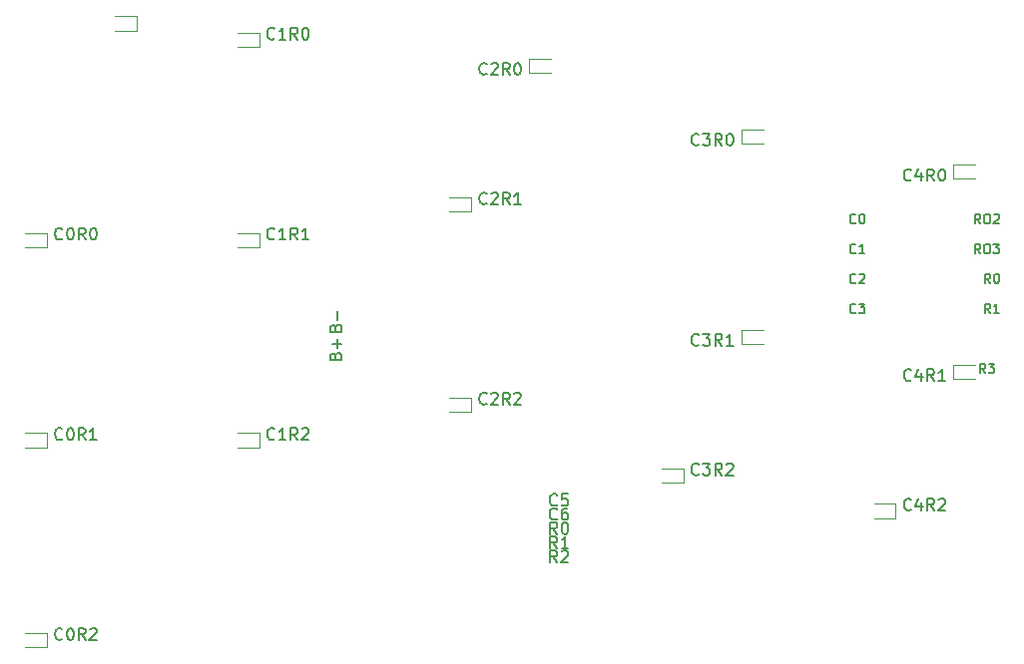
<source format=gbr>
%TF.GenerationSoftware,KiCad,Pcbnew,(7.0.0-0)*%
%TF.CreationDate,2023-02-22T17:50:19+08:00*%
%TF.ProjectId,left,6c656674-2e6b-4696-9361-645f70636258,v1.0.0*%
%TF.SameCoordinates,Original*%
%TF.FileFunction,Legend,Bot*%
%TF.FilePolarity,Positive*%
%FSLAX46Y46*%
G04 Gerber Fmt 4.6, Leading zero omitted, Abs format (unit mm)*
G04 Created by KiCad (PCBNEW (7.0.0-0)) date 2023-02-22 17:50:19*
%MOMM*%
%LPD*%
G01*
G04 APERTURE LIST*
%ADD10C,0.150000*%
%ADD11C,0.120000*%
G04 APERTURE END LIST*
D10*
%TO.C,S1*%
X-1142857Y36727857D02*
X-1190476Y36680238D01*
X-1190476Y36680238D02*
X-1333333Y36632619D01*
X-1333333Y36632619D02*
X-1428571Y36632619D01*
X-1428571Y36632619D02*
X-1571428Y36680238D01*
X-1571428Y36680238D02*
X-1666666Y36775476D01*
X-1666666Y36775476D02*
X-1714285Y36870714D01*
X-1714285Y36870714D02*
X-1761904Y37061190D01*
X-1761904Y37061190D02*
X-1761904Y37204047D01*
X-1761904Y37204047D02*
X-1714285Y37394523D01*
X-1714285Y37394523D02*
X-1666666Y37489761D01*
X-1666666Y37489761D02*
X-1571428Y37585000D01*
X-1571428Y37585000D02*
X-1428571Y37632619D01*
X-1428571Y37632619D02*
X-1333333Y37632619D01*
X-1333333Y37632619D02*
X-1190476Y37585000D01*
X-1190476Y37585000D02*
X-1142857Y37537380D01*
X-523809Y37632619D02*
X-428571Y37632619D01*
X-428571Y37632619D02*
X-333333Y37585000D01*
X-333333Y37585000D02*
X-285714Y37537380D01*
X-285714Y37537380D02*
X-238095Y37442142D01*
X-238095Y37442142D02*
X-190476Y37251666D01*
X-190476Y37251666D02*
X-190476Y37013571D01*
X-190476Y37013571D02*
X-238095Y36823095D01*
X-238095Y36823095D02*
X-285714Y36727857D01*
X-285714Y36727857D02*
X-333333Y36680238D01*
X-333333Y36680238D02*
X-428571Y36632619D01*
X-428571Y36632619D02*
X-523809Y36632619D01*
X-523809Y36632619D02*
X-619047Y36680238D01*
X-619047Y36680238D02*
X-666666Y36727857D01*
X-666666Y36727857D02*
X-714285Y36823095D01*
X-714285Y36823095D02*
X-761904Y37013571D01*
X-761904Y37013571D02*
X-761904Y37251666D01*
X-761904Y37251666D02*
X-714285Y37442142D01*
X-714285Y37442142D02*
X-666666Y37537380D01*
X-666666Y37537380D02*
X-619047Y37585000D01*
X-619047Y37585000D02*
X-523809Y37632619D01*
X809523Y36632619D02*
X476190Y37108809D01*
X238095Y36632619D02*
X238095Y37632619D01*
X238095Y37632619D02*
X619047Y37632619D01*
X619047Y37632619D02*
X714285Y37585000D01*
X714285Y37585000D02*
X761904Y37537380D01*
X761904Y37537380D02*
X809523Y37442142D01*
X809523Y37442142D02*
X809523Y37299285D01*
X809523Y37299285D02*
X761904Y37204047D01*
X761904Y37204047D02*
X714285Y37156428D01*
X714285Y37156428D02*
X619047Y37108809D01*
X619047Y37108809D02*
X238095Y37108809D01*
X1428571Y37632619D02*
X1523809Y37632619D01*
X1523809Y37632619D02*
X1619047Y37585000D01*
X1619047Y37585000D02*
X1666666Y37537380D01*
X1666666Y37537380D02*
X1714285Y37442142D01*
X1714285Y37442142D02*
X1761904Y37251666D01*
X1761904Y37251666D02*
X1761904Y37013571D01*
X1761904Y37013571D02*
X1714285Y36823095D01*
X1714285Y36823095D02*
X1666666Y36727857D01*
X1666666Y36727857D02*
X1619047Y36680238D01*
X1619047Y36680238D02*
X1523809Y36632619D01*
X1523809Y36632619D02*
X1428571Y36632619D01*
X1428571Y36632619D02*
X1333333Y36680238D01*
X1333333Y36680238D02*
X1285714Y36727857D01*
X1285714Y36727857D02*
X1238095Y36823095D01*
X1238095Y36823095D02*
X1190476Y37013571D01*
X1190476Y37013571D02*
X1190476Y37251666D01*
X1190476Y37251666D02*
X1238095Y37442142D01*
X1238095Y37442142D02*
X1285714Y37537380D01*
X1285714Y37537380D02*
X1333333Y37585000D01*
X1333333Y37585000D02*
X1428571Y37632619D01*
%TO.C,S2*%
X-1142857Y19727857D02*
X-1190476Y19680238D01*
X-1190476Y19680238D02*
X-1333333Y19632619D01*
X-1333333Y19632619D02*
X-1428571Y19632619D01*
X-1428571Y19632619D02*
X-1571428Y19680238D01*
X-1571428Y19680238D02*
X-1666666Y19775476D01*
X-1666666Y19775476D02*
X-1714285Y19870714D01*
X-1714285Y19870714D02*
X-1761904Y20061190D01*
X-1761904Y20061190D02*
X-1761904Y20204047D01*
X-1761904Y20204047D02*
X-1714285Y20394523D01*
X-1714285Y20394523D02*
X-1666666Y20489761D01*
X-1666666Y20489761D02*
X-1571428Y20585000D01*
X-1571428Y20585000D02*
X-1428571Y20632619D01*
X-1428571Y20632619D02*
X-1333333Y20632619D01*
X-1333333Y20632619D02*
X-1190476Y20585000D01*
X-1190476Y20585000D02*
X-1142857Y20537380D01*
X-523809Y20632619D02*
X-428571Y20632619D01*
X-428571Y20632619D02*
X-333333Y20585000D01*
X-333333Y20585000D02*
X-285714Y20537380D01*
X-285714Y20537380D02*
X-238095Y20442142D01*
X-238095Y20442142D02*
X-190476Y20251666D01*
X-190476Y20251666D02*
X-190476Y20013571D01*
X-190476Y20013571D02*
X-238095Y19823095D01*
X-238095Y19823095D02*
X-285714Y19727857D01*
X-285714Y19727857D02*
X-333333Y19680238D01*
X-333333Y19680238D02*
X-428571Y19632619D01*
X-428571Y19632619D02*
X-523809Y19632619D01*
X-523809Y19632619D02*
X-619047Y19680238D01*
X-619047Y19680238D02*
X-666666Y19727857D01*
X-666666Y19727857D02*
X-714285Y19823095D01*
X-714285Y19823095D02*
X-761904Y20013571D01*
X-761904Y20013571D02*
X-761904Y20251666D01*
X-761904Y20251666D02*
X-714285Y20442142D01*
X-714285Y20442142D02*
X-666666Y20537380D01*
X-666666Y20537380D02*
X-619047Y20585000D01*
X-619047Y20585000D02*
X-523809Y20632619D01*
X809523Y19632619D02*
X476190Y20108809D01*
X238095Y19632619D02*
X238095Y20632619D01*
X238095Y20632619D02*
X619047Y20632619D01*
X619047Y20632619D02*
X714285Y20585000D01*
X714285Y20585000D02*
X761904Y20537380D01*
X761904Y20537380D02*
X809523Y20442142D01*
X809523Y20442142D02*
X809523Y20299285D01*
X809523Y20299285D02*
X761904Y20204047D01*
X761904Y20204047D02*
X714285Y20156428D01*
X714285Y20156428D02*
X619047Y20108809D01*
X619047Y20108809D02*
X238095Y20108809D01*
X1761904Y19632619D02*
X1190476Y19632619D01*
X1476190Y19632619D02*
X1476190Y20632619D01*
X1476190Y20632619D02*
X1380952Y20489761D01*
X1380952Y20489761D02*
X1285714Y20394523D01*
X1285714Y20394523D02*
X1190476Y20346904D01*
%TO.C,S3*%
X-1142857Y2727857D02*
X-1190476Y2680238D01*
X-1190476Y2680238D02*
X-1333333Y2632619D01*
X-1333333Y2632619D02*
X-1428571Y2632619D01*
X-1428571Y2632619D02*
X-1571428Y2680238D01*
X-1571428Y2680238D02*
X-1666666Y2775476D01*
X-1666666Y2775476D02*
X-1714285Y2870714D01*
X-1714285Y2870714D02*
X-1761904Y3061190D01*
X-1761904Y3061190D02*
X-1761904Y3204047D01*
X-1761904Y3204047D02*
X-1714285Y3394523D01*
X-1714285Y3394523D02*
X-1666666Y3489761D01*
X-1666666Y3489761D02*
X-1571428Y3585000D01*
X-1571428Y3585000D02*
X-1428571Y3632619D01*
X-1428571Y3632619D02*
X-1333333Y3632619D01*
X-1333333Y3632619D02*
X-1190476Y3585000D01*
X-1190476Y3585000D02*
X-1142857Y3537380D01*
X-523809Y3632619D02*
X-428571Y3632619D01*
X-428571Y3632619D02*
X-333333Y3585000D01*
X-333333Y3585000D02*
X-285714Y3537380D01*
X-285714Y3537380D02*
X-238095Y3442142D01*
X-238095Y3442142D02*
X-190476Y3251666D01*
X-190476Y3251666D02*
X-190476Y3013571D01*
X-190476Y3013571D02*
X-238095Y2823095D01*
X-238095Y2823095D02*
X-285714Y2727857D01*
X-285714Y2727857D02*
X-333333Y2680238D01*
X-333333Y2680238D02*
X-428571Y2632619D01*
X-428571Y2632619D02*
X-523809Y2632619D01*
X-523809Y2632619D02*
X-619047Y2680238D01*
X-619047Y2680238D02*
X-666666Y2727857D01*
X-666666Y2727857D02*
X-714285Y2823095D01*
X-714285Y2823095D02*
X-761904Y3013571D01*
X-761904Y3013571D02*
X-761904Y3251666D01*
X-761904Y3251666D02*
X-714285Y3442142D01*
X-714285Y3442142D02*
X-666666Y3537380D01*
X-666666Y3537380D02*
X-619047Y3585000D01*
X-619047Y3585000D02*
X-523809Y3632619D01*
X809523Y2632619D02*
X476190Y3108809D01*
X238095Y2632619D02*
X238095Y3632619D01*
X238095Y3632619D02*
X619047Y3632619D01*
X619047Y3632619D02*
X714285Y3585000D01*
X714285Y3585000D02*
X761904Y3537380D01*
X761904Y3537380D02*
X809523Y3442142D01*
X809523Y3442142D02*
X809523Y3299285D01*
X809523Y3299285D02*
X761904Y3204047D01*
X761904Y3204047D02*
X714285Y3156428D01*
X714285Y3156428D02*
X619047Y3108809D01*
X619047Y3108809D02*
X238095Y3108809D01*
X1190476Y3537380D02*
X1238095Y3585000D01*
X1238095Y3585000D02*
X1333333Y3632619D01*
X1333333Y3632619D02*
X1571428Y3632619D01*
X1571428Y3632619D02*
X1666666Y3585000D01*
X1666666Y3585000D02*
X1714285Y3537380D01*
X1714285Y3537380D02*
X1761904Y3442142D01*
X1761904Y3442142D02*
X1761904Y3346904D01*
X1761904Y3346904D02*
X1714285Y3204047D01*
X1714285Y3204047D02*
X1142857Y2632619D01*
X1142857Y2632619D02*
X1761904Y2632619D01*
%TO.C,S4*%
X16857142Y53727857D02*
X16809523Y53680238D01*
X16809523Y53680238D02*
X16666666Y53632619D01*
X16666666Y53632619D02*
X16571428Y53632619D01*
X16571428Y53632619D02*
X16428571Y53680238D01*
X16428571Y53680238D02*
X16333333Y53775476D01*
X16333333Y53775476D02*
X16285714Y53870714D01*
X16285714Y53870714D02*
X16238095Y54061190D01*
X16238095Y54061190D02*
X16238095Y54204047D01*
X16238095Y54204047D02*
X16285714Y54394523D01*
X16285714Y54394523D02*
X16333333Y54489761D01*
X16333333Y54489761D02*
X16428571Y54585000D01*
X16428571Y54585000D02*
X16571428Y54632619D01*
X16571428Y54632619D02*
X16666666Y54632619D01*
X16666666Y54632619D02*
X16809523Y54585000D01*
X16809523Y54585000D02*
X16857142Y54537380D01*
X17809523Y53632619D02*
X17238095Y53632619D01*
X17523809Y53632619D02*
X17523809Y54632619D01*
X17523809Y54632619D02*
X17428571Y54489761D01*
X17428571Y54489761D02*
X17333333Y54394523D01*
X17333333Y54394523D02*
X17238095Y54346904D01*
X18809523Y53632619D02*
X18476190Y54108809D01*
X18238095Y53632619D02*
X18238095Y54632619D01*
X18238095Y54632619D02*
X18619047Y54632619D01*
X18619047Y54632619D02*
X18714285Y54585000D01*
X18714285Y54585000D02*
X18761904Y54537380D01*
X18761904Y54537380D02*
X18809523Y54442142D01*
X18809523Y54442142D02*
X18809523Y54299285D01*
X18809523Y54299285D02*
X18761904Y54204047D01*
X18761904Y54204047D02*
X18714285Y54156428D01*
X18714285Y54156428D02*
X18619047Y54108809D01*
X18619047Y54108809D02*
X18238095Y54108809D01*
X19428571Y54632619D02*
X19523809Y54632619D01*
X19523809Y54632619D02*
X19619047Y54585000D01*
X19619047Y54585000D02*
X19666666Y54537380D01*
X19666666Y54537380D02*
X19714285Y54442142D01*
X19714285Y54442142D02*
X19761904Y54251666D01*
X19761904Y54251666D02*
X19761904Y54013571D01*
X19761904Y54013571D02*
X19714285Y53823095D01*
X19714285Y53823095D02*
X19666666Y53727857D01*
X19666666Y53727857D02*
X19619047Y53680238D01*
X19619047Y53680238D02*
X19523809Y53632619D01*
X19523809Y53632619D02*
X19428571Y53632619D01*
X19428571Y53632619D02*
X19333333Y53680238D01*
X19333333Y53680238D02*
X19285714Y53727857D01*
X19285714Y53727857D02*
X19238095Y53823095D01*
X19238095Y53823095D02*
X19190476Y54013571D01*
X19190476Y54013571D02*
X19190476Y54251666D01*
X19190476Y54251666D02*
X19238095Y54442142D01*
X19238095Y54442142D02*
X19285714Y54537380D01*
X19285714Y54537380D02*
X19333333Y54585000D01*
X19333333Y54585000D02*
X19428571Y54632619D01*
%TO.C,S5*%
X16857142Y36727857D02*
X16809523Y36680238D01*
X16809523Y36680238D02*
X16666666Y36632619D01*
X16666666Y36632619D02*
X16571428Y36632619D01*
X16571428Y36632619D02*
X16428571Y36680238D01*
X16428571Y36680238D02*
X16333333Y36775476D01*
X16333333Y36775476D02*
X16285714Y36870714D01*
X16285714Y36870714D02*
X16238095Y37061190D01*
X16238095Y37061190D02*
X16238095Y37204047D01*
X16238095Y37204047D02*
X16285714Y37394523D01*
X16285714Y37394523D02*
X16333333Y37489761D01*
X16333333Y37489761D02*
X16428571Y37585000D01*
X16428571Y37585000D02*
X16571428Y37632619D01*
X16571428Y37632619D02*
X16666666Y37632619D01*
X16666666Y37632619D02*
X16809523Y37585000D01*
X16809523Y37585000D02*
X16857142Y37537380D01*
X17809523Y36632619D02*
X17238095Y36632619D01*
X17523809Y36632619D02*
X17523809Y37632619D01*
X17523809Y37632619D02*
X17428571Y37489761D01*
X17428571Y37489761D02*
X17333333Y37394523D01*
X17333333Y37394523D02*
X17238095Y37346904D01*
X18809523Y36632619D02*
X18476190Y37108809D01*
X18238095Y36632619D02*
X18238095Y37632619D01*
X18238095Y37632619D02*
X18619047Y37632619D01*
X18619047Y37632619D02*
X18714285Y37585000D01*
X18714285Y37585000D02*
X18761904Y37537380D01*
X18761904Y37537380D02*
X18809523Y37442142D01*
X18809523Y37442142D02*
X18809523Y37299285D01*
X18809523Y37299285D02*
X18761904Y37204047D01*
X18761904Y37204047D02*
X18714285Y37156428D01*
X18714285Y37156428D02*
X18619047Y37108809D01*
X18619047Y37108809D02*
X18238095Y37108809D01*
X19761904Y36632619D02*
X19190476Y36632619D01*
X19476190Y36632619D02*
X19476190Y37632619D01*
X19476190Y37632619D02*
X19380952Y37489761D01*
X19380952Y37489761D02*
X19285714Y37394523D01*
X19285714Y37394523D02*
X19190476Y37346904D01*
%TO.C,S6*%
X16857142Y19727857D02*
X16809523Y19680238D01*
X16809523Y19680238D02*
X16666666Y19632619D01*
X16666666Y19632619D02*
X16571428Y19632619D01*
X16571428Y19632619D02*
X16428571Y19680238D01*
X16428571Y19680238D02*
X16333333Y19775476D01*
X16333333Y19775476D02*
X16285714Y19870714D01*
X16285714Y19870714D02*
X16238095Y20061190D01*
X16238095Y20061190D02*
X16238095Y20204047D01*
X16238095Y20204047D02*
X16285714Y20394523D01*
X16285714Y20394523D02*
X16333333Y20489761D01*
X16333333Y20489761D02*
X16428571Y20585000D01*
X16428571Y20585000D02*
X16571428Y20632619D01*
X16571428Y20632619D02*
X16666666Y20632619D01*
X16666666Y20632619D02*
X16809523Y20585000D01*
X16809523Y20585000D02*
X16857142Y20537380D01*
X17809523Y19632619D02*
X17238095Y19632619D01*
X17523809Y19632619D02*
X17523809Y20632619D01*
X17523809Y20632619D02*
X17428571Y20489761D01*
X17428571Y20489761D02*
X17333333Y20394523D01*
X17333333Y20394523D02*
X17238095Y20346904D01*
X18809523Y19632619D02*
X18476190Y20108809D01*
X18238095Y19632619D02*
X18238095Y20632619D01*
X18238095Y20632619D02*
X18619047Y20632619D01*
X18619047Y20632619D02*
X18714285Y20585000D01*
X18714285Y20585000D02*
X18761904Y20537380D01*
X18761904Y20537380D02*
X18809523Y20442142D01*
X18809523Y20442142D02*
X18809523Y20299285D01*
X18809523Y20299285D02*
X18761904Y20204047D01*
X18761904Y20204047D02*
X18714285Y20156428D01*
X18714285Y20156428D02*
X18619047Y20108809D01*
X18619047Y20108809D02*
X18238095Y20108809D01*
X19190476Y20537380D02*
X19238095Y20585000D01*
X19238095Y20585000D02*
X19333333Y20632619D01*
X19333333Y20632619D02*
X19571428Y20632619D01*
X19571428Y20632619D02*
X19666666Y20585000D01*
X19666666Y20585000D02*
X19714285Y20537380D01*
X19714285Y20537380D02*
X19761904Y20442142D01*
X19761904Y20442142D02*
X19761904Y20346904D01*
X19761904Y20346904D02*
X19714285Y20204047D01*
X19714285Y20204047D02*
X19142857Y19632619D01*
X19142857Y19632619D02*
X19761904Y19632619D01*
%TO.C,S7*%
X34857142Y50727857D02*
X34809523Y50680238D01*
X34809523Y50680238D02*
X34666666Y50632619D01*
X34666666Y50632619D02*
X34571428Y50632619D01*
X34571428Y50632619D02*
X34428571Y50680238D01*
X34428571Y50680238D02*
X34333333Y50775476D01*
X34333333Y50775476D02*
X34285714Y50870714D01*
X34285714Y50870714D02*
X34238095Y51061190D01*
X34238095Y51061190D02*
X34238095Y51204047D01*
X34238095Y51204047D02*
X34285714Y51394523D01*
X34285714Y51394523D02*
X34333333Y51489761D01*
X34333333Y51489761D02*
X34428571Y51585000D01*
X34428571Y51585000D02*
X34571428Y51632619D01*
X34571428Y51632619D02*
X34666666Y51632619D01*
X34666666Y51632619D02*
X34809523Y51585000D01*
X34809523Y51585000D02*
X34857142Y51537380D01*
X35238095Y51537380D02*
X35285714Y51585000D01*
X35285714Y51585000D02*
X35380952Y51632619D01*
X35380952Y51632619D02*
X35619047Y51632619D01*
X35619047Y51632619D02*
X35714285Y51585000D01*
X35714285Y51585000D02*
X35761904Y51537380D01*
X35761904Y51537380D02*
X35809523Y51442142D01*
X35809523Y51442142D02*
X35809523Y51346904D01*
X35809523Y51346904D02*
X35761904Y51204047D01*
X35761904Y51204047D02*
X35190476Y50632619D01*
X35190476Y50632619D02*
X35809523Y50632619D01*
X36809523Y50632619D02*
X36476190Y51108809D01*
X36238095Y50632619D02*
X36238095Y51632619D01*
X36238095Y51632619D02*
X36619047Y51632619D01*
X36619047Y51632619D02*
X36714285Y51585000D01*
X36714285Y51585000D02*
X36761904Y51537380D01*
X36761904Y51537380D02*
X36809523Y51442142D01*
X36809523Y51442142D02*
X36809523Y51299285D01*
X36809523Y51299285D02*
X36761904Y51204047D01*
X36761904Y51204047D02*
X36714285Y51156428D01*
X36714285Y51156428D02*
X36619047Y51108809D01*
X36619047Y51108809D02*
X36238095Y51108809D01*
X37428571Y51632619D02*
X37523809Y51632619D01*
X37523809Y51632619D02*
X37619047Y51585000D01*
X37619047Y51585000D02*
X37666666Y51537380D01*
X37666666Y51537380D02*
X37714285Y51442142D01*
X37714285Y51442142D02*
X37761904Y51251666D01*
X37761904Y51251666D02*
X37761904Y51013571D01*
X37761904Y51013571D02*
X37714285Y50823095D01*
X37714285Y50823095D02*
X37666666Y50727857D01*
X37666666Y50727857D02*
X37619047Y50680238D01*
X37619047Y50680238D02*
X37523809Y50632619D01*
X37523809Y50632619D02*
X37428571Y50632619D01*
X37428571Y50632619D02*
X37333333Y50680238D01*
X37333333Y50680238D02*
X37285714Y50727857D01*
X37285714Y50727857D02*
X37238095Y50823095D01*
X37238095Y50823095D02*
X37190476Y51013571D01*
X37190476Y51013571D02*
X37190476Y51251666D01*
X37190476Y51251666D02*
X37238095Y51442142D01*
X37238095Y51442142D02*
X37285714Y51537380D01*
X37285714Y51537380D02*
X37333333Y51585000D01*
X37333333Y51585000D02*
X37428571Y51632619D01*
%TO.C,S8*%
X34857142Y39727857D02*
X34809523Y39680238D01*
X34809523Y39680238D02*
X34666666Y39632619D01*
X34666666Y39632619D02*
X34571428Y39632619D01*
X34571428Y39632619D02*
X34428571Y39680238D01*
X34428571Y39680238D02*
X34333333Y39775476D01*
X34333333Y39775476D02*
X34285714Y39870714D01*
X34285714Y39870714D02*
X34238095Y40061190D01*
X34238095Y40061190D02*
X34238095Y40204047D01*
X34238095Y40204047D02*
X34285714Y40394523D01*
X34285714Y40394523D02*
X34333333Y40489761D01*
X34333333Y40489761D02*
X34428571Y40585000D01*
X34428571Y40585000D02*
X34571428Y40632619D01*
X34571428Y40632619D02*
X34666666Y40632619D01*
X34666666Y40632619D02*
X34809523Y40585000D01*
X34809523Y40585000D02*
X34857142Y40537380D01*
X35238095Y40537380D02*
X35285714Y40585000D01*
X35285714Y40585000D02*
X35380952Y40632619D01*
X35380952Y40632619D02*
X35619047Y40632619D01*
X35619047Y40632619D02*
X35714285Y40585000D01*
X35714285Y40585000D02*
X35761904Y40537380D01*
X35761904Y40537380D02*
X35809523Y40442142D01*
X35809523Y40442142D02*
X35809523Y40346904D01*
X35809523Y40346904D02*
X35761904Y40204047D01*
X35761904Y40204047D02*
X35190476Y39632619D01*
X35190476Y39632619D02*
X35809523Y39632619D01*
X36809523Y39632619D02*
X36476190Y40108809D01*
X36238095Y39632619D02*
X36238095Y40632619D01*
X36238095Y40632619D02*
X36619047Y40632619D01*
X36619047Y40632619D02*
X36714285Y40585000D01*
X36714285Y40585000D02*
X36761904Y40537380D01*
X36761904Y40537380D02*
X36809523Y40442142D01*
X36809523Y40442142D02*
X36809523Y40299285D01*
X36809523Y40299285D02*
X36761904Y40204047D01*
X36761904Y40204047D02*
X36714285Y40156428D01*
X36714285Y40156428D02*
X36619047Y40108809D01*
X36619047Y40108809D02*
X36238095Y40108809D01*
X37761904Y39632619D02*
X37190476Y39632619D01*
X37476190Y39632619D02*
X37476190Y40632619D01*
X37476190Y40632619D02*
X37380952Y40489761D01*
X37380952Y40489761D02*
X37285714Y40394523D01*
X37285714Y40394523D02*
X37190476Y40346904D01*
%TO.C,S9*%
X34857142Y22727857D02*
X34809523Y22680238D01*
X34809523Y22680238D02*
X34666666Y22632619D01*
X34666666Y22632619D02*
X34571428Y22632619D01*
X34571428Y22632619D02*
X34428571Y22680238D01*
X34428571Y22680238D02*
X34333333Y22775476D01*
X34333333Y22775476D02*
X34285714Y22870714D01*
X34285714Y22870714D02*
X34238095Y23061190D01*
X34238095Y23061190D02*
X34238095Y23204047D01*
X34238095Y23204047D02*
X34285714Y23394523D01*
X34285714Y23394523D02*
X34333333Y23489761D01*
X34333333Y23489761D02*
X34428571Y23585000D01*
X34428571Y23585000D02*
X34571428Y23632619D01*
X34571428Y23632619D02*
X34666666Y23632619D01*
X34666666Y23632619D02*
X34809523Y23585000D01*
X34809523Y23585000D02*
X34857142Y23537380D01*
X35238095Y23537380D02*
X35285714Y23585000D01*
X35285714Y23585000D02*
X35380952Y23632619D01*
X35380952Y23632619D02*
X35619047Y23632619D01*
X35619047Y23632619D02*
X35714285Y23585000D01*
X35714285Y23585000D02*
X35761904Y23537380D01*
X35761904Y23537380D02*
X35809523Y23442142D01*
X35809523Y23442142D02*
X35809523Y23346904D01*
X35809523Y23346904D02*
X35761904Y23204047D01*
X35761904Y23204047D02*
X35190476Y22632619D01*
X35190476Y22632619D02*
X35809523Y22632619D01*
X36809523Y22632619D02*
X36476190Y23108809D01*
X36238095Y22632619D02*
X36238095Y23632619D01*
X36238095Y23632619D02*
X36619047Y23632619D01*
X36619047Y23632619D02*
X36714285Y23585000D01*
X36714285Y23585000D02*
X36761904Y23537380D01*
X36761904Y23537380D02*
X36809523Y23442142D01*
X36809523Y23442142D02*
X36809523Y23299285D01*
X36809523Y23299285D02*
X36761904Y23204047D01*
X36761904Y23204047D02*
X36714285Y23156428D01*
X36714285Y23156428D02*
X36619047Y23108809D01*
X36619047Y23108809D02*
X36238095Y23108809D01*
X37190476Y23537380D02*
X37238095Y23585000D01*
X37238095Y23585000D02*
X37333333Y23632619D01*
X37333333Y23632619D02*
X37571428Y23632619D01*
X37571428Y23632619D02*
X37666666Y23585000D01*
X37666666Y23585000D02*
X37714285Y23537380D01*
X37714285Y23537380D02*
X37761904Y23442142D01*
X37761904Y23442142D02*
X37761904Y23346904D01*
X37761904Y23346904D02*
X37714285Y23204047D01*
X37714285Y23204047D02*
X37142857Y22632619D01*
X37142857Y22632619D02*
X37761904Y22632619D01*
%TO.C,S10*%
X52857142Y44727857D02*
X52809523Y44680238D01*
X52809523Y44680238D02*
X52666666Y44632619D01*
X52666666Y44632619D02*
X52571428Y44632619D01*
X52571428Y44632619D02*
X52428571Y44680238D01*
X52428571Y44680238D02*
X52333333Y44775476D01*
X52333333Y44775476D02*
X52285714Y44870714D01*
X52285714Y44870714D02*
X52238095Y45061190D01*
X52238095Y45061190D02*
X52238095Y45204047D01*
X52238095Y45204047D02*
X52285714Y45394523D01*
X52285714Y45394523D02*
X52333333Y45489761D01*
X52333333Y45489761D02*
X52428571Y45585000D01*
X52428571Y45585000D02*
X52571428Y45632619D01*
X52571428Y45632619D02*
X52666666Y45632619D01*
X52666666Y45632619D02*
X52809523Y45585000D01*
X52809523Y45585000D02*
X52857142Y45537380D01*
X53190476Y45632619D02*
X53809523Y45632619D01*
X53809523Y45632619D02*
X53476190Y45251666D01*
X53476190Y45251666D02*
X53619047Y45251666D01*
X53619047Y45251666D02*
X53714285Y45204047D01*
X53714285Y45204047D02*
X53761904Y45156428D01*
X53761904Y45156428D02*
X53809523Y45061190D01*
X53809523Y45061190D02*
X53809523Y44823095D01*
X53809523Y44823095D02*
X53761904Y44727857D01*
X53761904Y44727857D02*
X53714285Y44680238D01*
X53714285Y44680238D02*
X53619047Y44632619D01*
X53619047Y44632619D02*
X53333333Y44632619D01*
X53333333Y44632619D02*
X53238095Y44680238D01*
X53238095Y44680238D02*
X53190476Y44727857D01*
X54809523Y44632619D02*
X54476190Y45108809D01*
X54238095Y44632619D02*
X54238095Y45632619D01*
X54238095Y45632619D02*
X54619047Y45632619D01*
X54619047Y45632619D02*
X54714285Y45585000D01*
X54714285Y45585000D02*
X54761904Y45537380D01*
X54761904Y45537380D02*
X54809523Y45442142D01*
X54809523Y45442142D02*
X54809523Y45299285D01*
X54809523Y45299285D02*
X54761904Y45204047D01*
X54761904Y45204047D02*
X54714285Y45156428D01*
X54714285Y45156428D02*
X54619047Y45108809D01*
X54619047Y45108809D02*
X54238095Y45108809D01*
X55428571Y45632619D02*
X55523809Y45632619D01*
X55523809Y45632619D02*
X55619047Y45585000D01*
X55619047Y45585000D02*
X55666666Y45537380D01*
X55666666Y45537380D02*
X55714285Y45442142D01*
X55714285Y45442142D02*
X55761904Y45251666D01*
X55761904Y45251666D02*
X55761904Y45013571D01*
X55761904Y45013571D02*
X55714285Y44823095D01*
X55714285Y44823095D02*
X55666666Y44727857D01*
X55666666Y44727857D02*
X55619047Y44680238D01*
X55619047Y44680238D02*
X55523809Y44632619D01*
X55523809Y44632619D02*
X55428571Y44632619D01*
X55428571Y44632619D02*
X55333333Y44680238D01*
X55333333Y44680238D02*
X55285714Y44727857D01*
X55285714Y44727857D02*
X55238095Y44823095D01*
X55238095Y44823095D02*
X55190476Y45013571D01*
X55190476Y45013571D02*
X55190476Y45251666D01*
X55190476Y45251666D02*
X55238095Y45442142D01*
X55238095Y45442142D02*
X55285714Y45537380D01*
X55285714Y45537380D02*
X55333333Y45585000D01*
X55333333Y45585000D02*
X55428571Y45632619D01*
%TO.C,S11*%
X52857142Y27727857D02*
X52809523Y27680238D01*
X52809523Y27680238D02*
X52666666Y27632619D01*
X52666666Y27632619D02*
X52571428Y27632619D01*
X52571428Y27632619D02*
X52428571Y27680238D01*
X52428571Y27680238D02*
X52333333Y27775476D01*
X52333333Y27775476D02*
X52285714Y27870714D01*
X52285714Y27870714D02*
X52238095Y28061190D01*
X52238095Y28061190D02*
X52238095Y28204047D01*
X52238095Y28204047D02*
X52285714Y28394523D01*
X52285714Y28394523D02*
X52333333Y28489761D01*
X52333333Y28489761D02*
X52428571Y28585000D01*
X52428571Y28585000D02*
X52571428Y28632619D01*
X52571428Y28632619D02*
X52666666Y28632619D01*
X52666666Y28632619D02*
X52809523Y28585000D01*
X52809523Y28585000D02*
X52857142Y28537380D01*
X53190476Y28632619D02*
X53809523Y28632619D01*
X53809523Y28632619D02*
X53476190Y28251666D01*
X53476190Y28251666D02*
X53619047Y28251666D01*
X53619047Y28251666D02*
X53714285Y28204047D01*
X53714285Y28204047D02*
X53761904Y28156428D01*
X53761904Y28156428D02*
X53809523Y28061190D01*
X53809523Y28061190D02*
X53809523Y27823095D01*
X53809523Y27823095D02*
X53761904Y27727857D01*
X53761904Y27727857D02*
X53714285Y27680238D01*
X53714285Y27680238D02*
X53619047Y27632619D01*
X53619047Y27632619D02*
X53333333Y27632619D01*
X53333333Y27632619D02*
X53238095Y27680238D01*
X53238095Y27680238D02*
X53190476Y27727857D01*
X54809523Y27632619D02*
X54476190Y28108809D01*
X54238095Y27632619D02*
X54238095Y28632619D01*
X54238095Y28632619D02*
X54619047Y28632619D01*
X54619047Y28632619D02*
X54714285Y28585000D01*
X54714285Y28585000D02*
X54761904Y28537380D01*
X54761904Y28537380D02*
X54809523Y28442142D01*
X54809523Y28442142D02*
X54809523Y28299285D01*
X54809523Y28299285D02*
X54761904Y28204047D01*
X54761904Y28204047D02*
X54714285Y28156428D01*
X54714285Y28156428D02*
X54619047Y28108809D01*
X54619047Y28108809D02*
X54238095Y28108809D01*
X55761904Y27632619D02*
X55190476Y27632619D01*
X55476190Y27632619D02*
X55476190Y28632619D01*
X55476190Y28632619D02*
X55380952Y28489761D01*
X55380952Y28489761D02*
X55285714Y28394523D01*
X55285714Y28394523D02*
X55190476Y28346904D01*
%TO.C,S12*%
X52857142Y16727857D02*
X52809523Y16680238D01*
X52809523Y16680238D02*
X52666666Y16632619D01*
X52666666Y16632619D02*
X52571428Y16632619D01*
X52571428Y16632619D02*
X52428571Y16680238D01*
X52428571Y16680238D02*
X52333333Y16775476D01*
X52333333Y16775476D02*
X52285714Y16870714D01*
X52285714Y16870714D02*
X52238095Y17061190D01*
X52238095Y17061190D02*
X52238095Y17204047D01*
X52238095Y17204047D02*
X52285714Y17394523D01*
X52285714Y17394523D02*
X52333333Y17489761D01*
X52333333Y17489761D02*
X52428571Y17585000D01*
X52428571Y17585000D02*
X52571428Y17632619D01*
X52571428Y17632619D02*
X52666666Y17632619D01*
X52666666Y17632619D02*
X52809523Y17585000D01*
X52809523Y17585000D02*
X52857142Y17537380D01*
X53190476Y17632619D02*
X53809523Y17632619D01*
X53809523Y17632619D02*
X53476190Y17251666D01*
X53476190Y17251666D02*
X53619047Y17251666D01*
X53619047Y17251666D02*
X53714285Y17204047D01*
X53714285Y17204047D02*
X53761904Y17156428D01*
X53761904Y17156428D02*
X53809523Y17061190D01*
X53809523Y17061190D02*
X53809523Y16823095D01*
X53809523Y16823095D02*
X53761904Y16727857D01*
X53761904Y16727857D02*
X53714285Y16680238D01*
X53714285Y16680238D02*
X53619047Y16632619D01*
X53619047Y16632619D02*
X53333333Y16632619D01*
X53333333Y16632619D02*
X53238095Y16680238D01*
X53238095Y16680238D02*
X53190476Y16727857D01*
X54809523Y16632619D02*
X54476190Y17108809D01*
X54238095Y16632619D02*
X54238095Y17632619D01*
X54238095Y17632619D02*
X54619047Y17632619D01*
X54619047Y17632619D02*
X54714285Y17585000D01*
X54714285Y17585000D02*
X54761904Y17537380D01*
X54761904Y17537380D02*
X54809523Y17442142D01*
X54809523Y17442142D02*
X54809523Y17299285D01*
X54809523Y17299285D02*
X54761904Y17204047D01*
X54761904Y17204047D02*
X54714285Y17156428D01*
X54714285Y17156428D02*
X54619047Y17108809D01*
X54619047Y17108809D02*
X54238095Y17108809D01*
X55190476Y17537380D02*
X55238095Y17585000D01*
X55238095Y17585000D02*
X55333333Y17632619D01*
X55333333Y17632619D02*
X55571428Y17632619D01*
X55571428Y17632619D02*
X55666666Y17585000D01*
X55666666Y17585000D02*
X55714285Y17537380D01*
X55714285Y17537380D02*
X55761904Y17442142D01*
X55761904Y17442142D02*
X55761904Y17346904D01*
X55761904Y17346904D02*
X55714285Y17204047D01*
X55714285Y17204047D02*
X55142857Y16632619D01*
X55142857Y16632619D02*
X55761904Y16632619D01*
%TO.C,S13*%
X70857142Y41727857D02*
X70809523Y41680238D01*
X70809523Y41680238D02*
X70666666Y41632619D01*
X70666666Y41632619D02*
X70571428Y41632619D01*
X70571428Y41632619D02*
X70428571Y41680238D01*
X70428571Y41680238D02*
X70333333Y41775476D01*
X70333333Y41775476D02*
X70285714Y41870714D01*
X70285714Y41870714D02*
X70238095Y42061190D01*
X70238095Y42061190D02*
X70238095Y42204047D01*
X70238095Y42204047D02*
X70285714Y42394523D01*
X70285714Y42394523D02*
X70333333Y42489761D01*
X70333333Y42489761D02*
X70428571Y42585000D01*
X70428571Y42585000D02*
X70571428Y42632619D01*
X70571428Y42632619D02*
X70666666Y42632619D01*
X70666666Y42632619D02*
X70809523Y42585000D01*
X70809523Y42585000D02*
X70857142Y42537380D01*
X71714285Y42299285D02*
X71714285Y41632619D01*
X71476190Y42680238D02*
X71238095Y41965952D01*
X71238095Y41965952D02*
X71857142Y41965952D01*
X72809523Y41632619D02*
X72476190Y42108809D01*
X72238095Y41632619D02*
X72238095Y42632619D01*
X72238095Y42632619D02*
X72619047Y42632619D01*
X72619047Y42632619D02*
X72714285Y42585000D01*
X72714285Y42585000D02*
X72761904Y42537380D01*
X72761904Y42537380D02*
X72809523Y42442142D01*
X72809523Y42442142D02*
X72809523Y42299285D01*
X72809523Y42299285D02*
X72761904Y42204047D01*
X72761904Y42204047D02*
X72714285Y42156428D01*
X72714285Y42156428D02*
X72619047Y42108809D01*
X72619047Y42108809D02*
X72238095Y42108809D01*
X73428571Y42632619D02*
X73523809Y42632619D01*
X73523809Y42632619D02*
X73619047Y42585000D01*
X73619047Y42585000D02*
X73666666Y42537380D01*
X73666666Y42537380D02*
X73714285Y42442142D01*
X73714285Y42442142D02*
X73761904Y42251666D01*
X73761904Y42251666D02*
X73761904Y42013571D01*
X73761904Y42013571D02*
X73714285Y41823095D01*
X73714285Y41823095D02*
X73666666Y41727857D01*
X73666666Y41727857D02*
X73619047Y41680238D01*
X73619047Y41680238D02*
X73523809Y41632619D01*
X73523809Y41632619D02*
X73428571Y41632619D01*
X73428571Y41632619D02*
X73333333Y41680238D01*
X73333333Y41680238D02*
X73285714Y41727857D01*
X73285714Y41727857D02*
X73238095Y41823095D01*
X73238095Y41823095D02*
X73190476Y42013571D01*
X73190476Y42013571D02*
X73190476Y42251666D01*
X73190476Y42251666D02*
X73238095Y42442142D01*
X73238095Y42442142D02*
X73285714Y42537380D01*
X73285714Y42537380D02*
X73333333Y42585000D01*
X73333333Y42585000D02*
X73428571Y42632619D01*
%TO.C,S14*%
X70857142Y24727857D02*
X70809523Y24680238D01*
X70809523Y24680238D02*
X70666666Y24632619D01*
X70666666Y24632619D02*
X70571428Y24632619D01*
X70571428Y24632619D02*
X70428571Y24680238D01*
X70428571Y24680238D02*
X70333333Y24775476D01*
X70333333Y24775476D02*
X70285714Y24870714D01*
X70285714Y24870714D02*
X70238095Y25061190D01*
X70238095Y25061190D02*
X70238095Y25204047D01*
X70238095Y25204047D02*
X70285714Y25394523D01*
X70285714Y25394523D02*
X70333333Y25489761D01*
X70333333Y25489761D02*
X70428571Y25585000D01*
X70428571Y25585000D02*
X70571428Y25632619D01*
X70571428Y25632619D02*
X70666666Y25632619D01*
X70666666Y25632619D02*
X70809523Y25585000D01*
X70809523Y25585000D02*
X70857142Y25537380D01*
X71714285Y25299285D02*
X71714285Y24632619D01*
X71476190Y25680238D02*
X71238095Y24965952D01*
X71238095Y24965952D02*
X71857142Y24965952D01*
X72809523Y24632619D02*
X72476190Y25108809D01*
X72238095Y24632619D02*
X72238095Y25632619D01*
X72238095Y25632619D02*
X72619047Y25632619D01*
X72619047Y25632619D02*
X72714285Y25585000D01*
X72714285Y25585000D02*
X72761904Y25537380D01*
X72761904Y25537380D02*
X72809523Y25442142D01*
X72809523Y25442142D02*
X72809523Y25299285D01*
X72809523Y25299285D02*
X72761904Y25204047D01*
X72761904Y25204047D02*
X72714285Y25156428D01*
X72714285Y25156428D02*
X72619047Y25108809D01*
X72619047Y25108809D02*
X72238095Y25108809D01*
X73761904Y24632619D02*
X73190476Y24632619D01*
X73476190Y24632619D02*
X73476190Y25632619D01*
X73476190Y25632619D02*
X73380952Y25489761D01*
X73380952Y25489761D02*
X73285714Y25394523D01*
X73285714Y25394523D02*
X73190476Y25346904D01*
%TO.C,S15*%
X70857142Y13727857D02*
X70809523Y13680238D01*
X70809523Y13680238D02*
X70666666Y13632619D01*
X70666666Y13632619D02*
X70571428Y13632619D01*
X70571428Y13632619D02*
X70428571Y13680238D01*
X70428571Y13680238D02*
X70333333Y13775476D01*
X70333333Y13775476D02*
X70285714Y13870714D01*
X70285714Y13870714D02*
X70238095Y14061190D01*
X70238095Y14061190D02*
X70238095Y14204047D01*
X70238095Y14204047D02*
X70285714Y14394523D01*
X70285714Y14394523D02*
X70333333Y14489761D01*
X70333333Y14489761D02*
X70428571Y14585000D01*
X70428571Y14585000D02*
X70571428Y14632619D01*
X70571428Y14632619D02*
X70666666Y14632619D01*
X70666666Y14632619D02*
X70809523Y14585000D01*
X70809523Y14585000D02*
X70857142Y14537380D01*
X71714285Y14299285D02*
X71714285Y13632619D01*
X71476190Y14680238D02*
X71238095Y13965952D01*
X71238095Y13965952D02*
X71857142Y13965952D01*
X72809523Y13632619D02*
X72476190Y14108809D01*
X72238095Y13632619D02*
X72238095Y14632619D01*
X72238095Y14632619D02*
X72619047Y14632619D01*
X72619047Y14632619D02*
X72714285Y14585000D01*
X72714285Y14585000D02*
X72761904Y14537380D01*
X72761904Y14537380D02*
X72809523Y14442142D01*
X72809523Y14442142D02*
X72809523Y14299285D01*
X72809523Y14299285D02*
X72761904Y14204047D01*
X72761904Y14204047D02*
X72714285Y14156428D01*
X72714285Y14156428D02*
X72619047Y14108809D01*
X72619047Y14108809D02*
X72238095Y14108809D01*
X73190476Y14537380D02*
X73238095Y14585000D01*
X73238095Y14585000D02*
X73333333Y14632619D01*
X73333333Y14632619D02*
X73571428Y14632619D01*
X73571428Y14632619D02*
X73666666Y14585000D01*
X73666666Y14585000D02*
X73714285Y14537380D01*
X73714285Y14537380D02*
X73761904Y14442142D01*
X73761904Y14442142D02*
X73761904Y14346904D01*
X73761904Y14346904D02*
X73714285Y14204047D01*
X73714285Y14204047D02*
X73142857Y13632619D01*
X73142857Y13632619D02*
X73761904Y13632619D01*
%TO.C,MCU1*%
X66166667Y38092285D02*
X66128571Y38054190D01*
X66128571Y38054190D02*
X66014286Y38016095D01*
X66014286Y38016095D02*
X65938095Y38016095D01*
X65938095Y38016095D02*
X65823809Y38054190D01*
X65823809Y38054190D02*
X65747619Y38130380D01*
X65747619Y38130380D02*
X65709524Y38206571D01*
X65709524Y38206571D02*
X65671428Y38358952D01*
X65671428Y38358952D02*
X65671428Y38473238D01*
X65671428Y38473238D02*
X65709524Y38625619D01*
X65709524Y38625619D02*
X65747619Y38701809D01*
X65747619Y38701809D02*
X65823809Y38778000D01*
X65823809Y38778000D02*
X65938095Y38816095D01*
X65938095Y38816095D02*
X66014286Y38816095D01*
X66014286Y38816095D02*
X66128571Y38778000D01*
X66128571Y38778000D02*
X66166667Y38739904D01*
X66661905Y38816095D02*
X66738095Y38816095D01*
X66738095Y38816095D02*
X66814286Y38778000D01*
X66814286Y38778000D02*
X66852381Y38739904D01*
X66852381Y38739904D02*
X66890476Y38663714D01*
X66890476Y38663714D02*
X66928571Y38511333D01*
X66928571Y38511333D02*
X66928571Y38320857D01*
X66928571Y38320857D02*
X66890476Y38168476D01*
X66890476Y38168476D02*
X66852381Y38092285D01*
X66852381Y38092285D02*
X66814286Y38054190D01*
X66814286Y38054190D02*
X66738095Y38016095D01*
X66738095Y38016095D02*
X66661905Y38016095D01*
X66661905Y38016095D02*
X66585714Y38054190D01*
X66585714Y38054190D02*
X66547619Y38092285D01*
X66547619Y38092285D02*
X66509524Y38168476D01*
X66509524Y38168476D02*
X66471428Y38320857D01*
X66471428Y38320857D02*
X66471428Y38511333D01*
X66471428Y38511333D02*
X66509524Y38663714D01*
X66509524Y38663714D02*
X66547619Y38739904D01*
X66547619Y38739904D02*
X66585714Y38778000D01*
X66585714Y38778000D02*
X66661905Y38816095D01*
X66166667Y35552285D02*
X66128571Y35514190D01*
X66128571Y35514190D02*
X66014286Y35476095D01*
X66014286Y35476095D02*
X65938095Y35476095D01*
X65938095Y35476095D02*
X65823809Y35514190D01*
X65823809Y35514190D02*
X65747619Y35590380D01*
X65747619Y35590380D02*
X65709524Y35666571D01*
X65709524Y35666571D02*
X65671428Y35818952D01*
X65671428Y35818952D02*
X65671428Y35933238D01*
X65671428Y35933238D02*
X65709524Y36085619D01*
X65709524Y36085619D02*
X65747619Y36161809D01*
X65747619Y36161809D02*
X65823809Y36238000D01*
X65823809Y36238000D02*
X65938095Y36276095D01*
X65938095Y36276095D02*
X66014286Y36276095D01*
X66014286Y36276095D02*
X66128571Y36238000D01*
X66128571Y36238000D02*
X66166667Y36199904D01*
X66928571Y35476095D02*
X66471428Y35476095D01*
X66700000Y35476095D02*
X66700000Y36276095D01*
X66700000Y36276095D02*
X66623809Y36161809D01*
X66623809Y36161809D02*
X66547619Y36085619D01*
X66547619Y36085619D02*
X66471428Y36047523D01*
X66166667Y33012285D02*
X66128571Y32974190D01*
X66128571Y32974190D02*
X66014286Y32936095D01*
X66014286Y32936095D02*
X65938095Y32936095D01*
X65938095Y32936095D02*
X65823809Y32974190D01*
X65823809Y32974190D02*
X65747619Y33050380D01*
X65747619Y33050380D02*
X65709524Y33126571D01*
X65709524Y33126571D02*
X65671428Y33278952D01*
X65671428Y33278952D02*
X65671428Y33393238D01*
X65671428Y33393238D02*
X65709524Y33545619D01*
X65709524Y33545619D02*
X65747619Y33621809D01*
X65747619Y33621809D02*
X65823809Y33698000D01*
X65823809Y33698000D02*
X65938095Y33736095D01*
X65938095Y33736095D02*
X66014286Y33736095D01*
X66014286Y33736095D02*
X66128571Y33698000D01*
X66128571Y33698000D02*
X66166667Y33659904D01*
X66471428Y33659904D02*
X66509524Y33698000D01*
X66509524Y33698000D02*
X66585714Y33736095D01*
X66585714Y33736095D02*
X66776190Y33736095D01*
X66776190Y33736095D02*
X66852381Y33698000D01*
X66852381Y33698000D02*
X66890476Y33659904D01*
X66890476Y33659904D02*
X66928571Y33583714D01*
X66928571Y33583714D02*
X66928571Y33507523D01*
X66928571Y33507523D02*
X66890476Y33393238D01*
X66890476Y33393238D02*
X66433333Y32936095D01*
X66433333Y32936095D02*
X66928571Y32936095D01*
X66166667Y30472285D02*
X66128571Y30434190D01*
X66128571Y30434190D02*
X66014286Y30396095D01*
X66014286Y30396095D02*
X65938095Y30396095D01*
X65938095Y30396095D02*
X65823809Y30434190D01*
X65823809Y30434190D02*
X65747619Y30510380D01*
X65747619Y30510380D02*
X65709524Y30586571D01*
X65709524Y30586571D02*
X65671428Y30738952D01*
X65671428Y30738952D02*
X65671428Y30853238D01*
X65671428Y30853238D02*
X65709524Y31005619D01*
X65709524Y31005619D02*
X65747619Y31081809D01*
X65747619Y31081809D02*
X65823809Y31158000D01*
X65823809Y31158000D02*
X65938095Y31196095D01*
X65938095Y31196095D02*
X66014286Y31196095D01*
X66014286Y31196095D02*
X66128571Y31158000D01*
X66128571Y31158000D02*
X66166667Y31119904D01*
X66433333Y31196095D02*
X66928571Y31196095D01*
X66928571Y31196095D02*
X66661905Y30891333D01*
X66661905Y30891333D02*
X66776190Y30891333D01*
X66776190Y30891333D02*
X66852381Y30853238D01*
X66852381Y30853238D02*
X66890476Y30815142D01*
X66890476Y30815142D02*
X66928571Y30738952D01*
X66928571Y30738952D02*
X66928571Y30548476D01*
X66928571Y30548476D02*
X66890476Y30472285D01*
X66890476Y30472285D02*
X66852381Y30434190D01*
X66852381Y30434190D02*
X66776190Y30396095D01*
X66776190Y30396095D02*
X66547619Y30396095D01*
X66547619Y30396095D02*
X66471428Y30434190D01*
X66471428Y30434190D02*
X66433333Y30472285D01*
X76747619Y38016095D02*
X76480952Y38397047D01*
X76290476Y38016095D02*
X76290476Y38816095D01*
X76290476Y38816095D02*
X76595238Y38816095D01*
X76595238Y38816095D02*
X76671428Y38778000D01*
X76671428Y38778000D02*
X76709523Y38739904D01*
X76709523Y38739904D02*
X76747619Y38663714D01*
X76747619Y38663714D02*
X76747619Y38549428D01*
X76747619Y38549428D02*
X76709523Y38473238D01*
X76709523Y38473238D02*
X76671428Y38435142D01*
X76671428Y38435142D02*
X76595238Y38397047D01*
X76595238Y38397047D02*
X76290476Y38397047D01*
X77242857Y38816095D02*
X77395238Y38816095D01*
X77395238Y38816095D02*
X77471428Y38778000D01*
X77471428Y38778000D02*
X77547619Y38701809D01*
X77547619Y38701809D02*
X77585714Y38549428D01*
X77585714Y38549428D02*
X77585714Y38282761D01*
X77585714Y38282761D02*
X77547619Y38130380D01*
X77547619Y38130380D02*
X77471428Y38054190D01*
X77471428Y38054190D02*
X77395238Y38016095D01*
X77395238Y38016095D02*
X77242857Y38016095D01*
X77242857Y38016095D02*
X77166666Y38054190D01*
X77166666Y38054190D02*
X77090476Y38130380D01*
X77090476Y38130380D02*
X77052380Y38282761D01*
X77052380Y38282761D02*
X77052380Y38549428D01*
X77052380Y38549428D02*
X77090476Y38701809D01*
X77090476Y38701809D02*
X77166666Y38778000D01*
X77166666Y38778000D02*
X77242857Y38816095D01*
X77890475Y38739904D02*
X77928571Y38778000D01*
X77928571Y38778000D02*
X78004761Y38816095D01*
X78004761Y38816095D02*
X78195237Y38816095D01*
X78195237Y38816095D02*
X78271428Y38778000D01*
X78271428Y38778000D02*
X78309523Y38739904D01*
X78309523Y38739904D02*
X78347618Y38663714D01*
X78347618Y38663714D02*
X78347618Y38587523D01*
X78347618Y38587523D02*
X78309523Y38473238D01*
X78309523Y38473238D02*
X77852380Y38016095D01*
X77852380Y38016095D02*
X78347618Y38016095D01*
X76747619Y35476095D02*
X76480952Y35857047D01*
X76290476Y35476095D02*
X76290476Y36276095D01*
X76290476Y36276095D02*
X76595238Y36276095D01*
X76595238Y36276095D02*
X76671428Y36238000D01*
X76671428Y36238000D02*
X76709523Y36199904D01*
X76709523Y36199904D02*
X76747619Y36123714D01*
X76747619Y36123714D02*
X76747619Y36009428D01*
X76747619Y36009428D02*
X76709523Y35933238D01*
X76709523Y35933238D02*
X76671428Y35895142D01*
X76671428Y35895142D02*
X76595238Y35857047D01*
X76595238Y35857047D02*
X76290476Y35857047D01*
X77242857Y36276095D02*
X77395238Y36276095D01*
X77395238Y36276095D02*
X77471428Y36238000D01*
X77471428Y36238000D02*
X77547619Y36161809D01*
X77547619Y36161809D02*
X77585714Y36009428D01*
X77585714Y36009428D02*
X77585714Y35742761D01*
X77585714Y35742761D02*
X77547619Y35590380D01*
X77547619Y35590380D02*
X77471428Y35514190D01*
X77471428Y35514190D02*
X77395238Y35476095D01*
X77395238Y35476095D02*
X77242857Y35476095D01*
X77242857Y35476095D02*
X77166666Y35514190D01*
X77166666Y35514190D02*
X77090476Y35590380D01*
X77090476Y35590380D02*
X77052380Y35742761D01*
X77052380Y35742761D02*
X77052380Y36009428D01*
X77052380Y36009428D02*
X77090476Y36161809D01*
X77090476Y36161809D02*
X77166666Y36238000D01*
X77166666Y36238000D02*
X77242857Y36276095D01*
X77852380Y36276095D02*
X78347618Y36276095D01*
X78347618Y36276095D02*
X78080952Y35971333D01*
X78080952Y35971333D02*
X78195237Y35971333D01*
X78195237Y35971333D02*
X78271428Y35933238D01*
X78271428Y35933238D02*
X78309523Y35895142D01*
X78309523Y35895142D02*
X78347618Y35818952D01*
X78347618Y35818952D02*
X78347618Y35628476D01*
X78347618Y35628476D02*
X78309523Y35552285D01*
X78309523Y35552285D02*
X78271428Y35514190D01*
X78271428Y35514190D02*
X78195237Y35476095D01*
X78195237Y35476095D02*
X77966666Y35476095D01*
X77966666Y35476095D02*
X77890475Y35514190D01*
X77890475Y35514190D02*
X77852380Y35552285D01*
X77566667Y32936095D02*
X77300000Y33317047D01*
X77109524Y32936095D02*
X77109524Y33736095D01*
X77109524Y33736095D02*
X77414286Y33736095D01*
X77414286Y33736095D02*
X77490476Y33698000D01*
X77490476Y33698000D02*
X77528571Y33659904D01*
X77528571Y33659904D02*
X77566667Y33583714D01*
X77566667Y33583714D02*
X77566667Y33469428D01*
X77566667Y33469428D02*
X77528571Y33393238D01*
X77528571Y33393238D02*
X77490476Y33355142D01*
X77490476Y33355142D02*
X77414286Y33317047D01*
X77414286Y33317047D02*
X77109524Y33317047D01*
X78061905Y33736095D02*
X78138095Y33736095D01*
X78138095Y33736095D02*
X78214286Y33698000D01*
X78214286Y33698000D02*
X78252381Y33659904D01*
X78252381Y33659904D02*
X78290476Y33583714D01*
X78290476Y33583714D02*
X78328571Y33431333D01*
X78328571Y33431333D02*
X78328571Y33240857D01*
X78328571Y33240857D02*
X78290476Y33088476D01*
X78290476Y33088476D02*
X78252381Y33012285D01*
X78252381Y33012285D02*
X78214286Y32974190D01*
X78214286Y32974190D02*
X78138095Y32936095D01*
X78138095Y32936095D02*
X78061905Y32936095D01*
X78061905Y32936095D02*
X77985714Y32974190D01*
X77985714Y32974190D02*
X77947619Y33012285D01*
X77947619Y33012285D02*
X77909524Y33088476D01*
X77909524Y33088476D02*
X77871428Y33240857D01*
X77871428Y33240857D02*
X77871428Y33431333D01*
X77871428Y33431333D02*
X77909524Y33583714D01*
X77909524Y33583714D02*
X77947619Y33659904D01*
X77947619Y33659904D02*
X77985714Y33698000D01*
X77985714Y33698000D02*
X78061905Y33736095D01*
X77566667Y30396095D02*
X77300000Y30777047D01*
X77109524Y30396095D02*
X77109524Y31196095D01*
X77109524Y31196095D02*
X77414286Y31196095D01*
X77414286Y31196095D02*
X77490476Y31158000D01*
X77490476Y31158000D02*
X77528571Y31119904D01*
X77528571Y31119904D02*
X77566667Y31043714D01*
X77566667Y31043714D02*
X77566667Y30929428D01*
X77566667Y30929428D02*
X77528571Y30853238D01*
X77528571Y30853238D02*
X77490476Y30815142D01*
X77490476Y30815142D02*
X77414286Y30777047D01*
X77414286Y30777047D02*
X77109524Y30777047D01*
X78328571Y30396095D02*
X77871428Y30396095D01*
X78100000Y30396095D02*
X78100000Y31196095D01*
X78100000Y31196095D02*
X78023809Y31081809D01*
X78023809Y31081809D02*
X77947619Y31005619D01*
X77947619Y31005619D02*
X77871428Y30967523D01*
X77166667Y25316095D02*
X76900000Y25697047D01*
X76709524Y25316095D02*
X76709524Y26116095D01*
X76709524Y26116095D02*
X77014286Y26116095D01*
X77014286Y26116095D02*
X77090476Y26078000D01*
X77090476Y26078000D02*
X77128571Y26039904D01*
X77128571Y26039904D02*
X77166667Y25963714D01*
X77166667Y25963714D02*
X77166667Y25849428D01*
X77166667Y25849428D02*
X77128571Y25773238D01*
X77128571Y25773238D02*
X77090476Y25735142D01*
X77090476Y25735142D02*
X77014286Y25697047D01*
X77014286Y25697047D02*
X76709524Y25697047D01*
X77433333Y26116095D02*
X77928571Y26116095D01*
X77928571Y26116095D02*
X77661905Y25811333D01*
X77661905Y25811333D02*
X77776190Y25811333D01*
X77776190Y25811333D02*
X77852381Y25773238D01*
X77852381Y25773238D02*
X77890476Y25735142D01*
X77890476Y25735142D02*
X77928571Y25658952D01*
X77928571Y25658952D02*
X77928571Y25468476D01*
X77928571Y25468476D02*
X77890476Y25392285D01*
X77890476Y25392285D02*
X77852381Y25354190D01*
X77852381Y25354190D02*
X77776190Y25316095D01*
X77776190Y25316095D02*
X77547619Y25316095D01*
X77547619Y25316095D02*
X77471428Y25354190D01*
X77471428Y25354190D02*
X77433333Y25392285D01*
%TO.C,JB1*%
X22043571Y26752381D02*
X22091190Y26895238D01*
X22091190Y26895238D02*
X22138809Y26942857D01*
X22138809Y26942857D02*
X22234047Y26990476D01*
X22234047Y26990476D02*
X22376904Y26990476D01*
X22376904Y26990476D02*
X22472142Y26942857D01*
X22472142Y26942857D02*
X22519761Y26895238D01*
X22519761Y26895238D02*
X22567380Y26800000D01*
X22567380Y26800000D02*
X22567380Y26419048D01*
X22567380Y26419048D02*
X21567380Y26419048D01*
X21567380Y26419048D02*
X21567380Y26752381D01*
X21567380Y26752381D02*
X21615000Y26847619D01*
X21615000Y26847619D02*
X21662619Y26895238D01*
X21662619Y26895238D02*
X21757857Y26942857D01*
X21757857Y26942857D02*
X21853095Y26942857D01*
X21853095Y26942857D02*
X21948333Y26895238D01*
X21948333Y26895238D02*
X21995952Y26847619D01*
X21995952Y26847619D02*
X22043571Y26752381D01*
X22043571Y26752381D02*
X22043571Y26419048D01*
X22186428Y27419048D02*
X22186428Y28180953D01*
X22567380Y27800000D02*
X21805476Y27800000D01*
X22043571Y29152381D02*
X22091190Y29295238D01*
X22091190Y29295238D02*
X22138809Y29342857D01*
X22138809Y29342857D02*
X22234047Y29390476D01*
X22234047Y29390476D02*
X22376904Y29390476D01*
X22376904Y29390476D02*
X22472142Y29342857D01*
X22472142Y29342857D02*
X22519761Y29295238D01*
X22519761Y29295238D02*
X22567380Y29200000D01*
X22567380Y29200000D02*
X22567380Y28819048D01*
X22567380Y28819048D02*
X21567380Y28819048D01*
X21567380Y28819048D02*
X21567380Y29152381D01*
X21567380Y29152381D02*
X21615000Y29247619D01*
X21615000Y29247619D02*
X21662619Y29295238D01*
X21662619Y29295238D02*
X21757857Y29342857D01*
X21757857Y29342857D02*
X21853095Y29342857D01*
X21853095Y29342857D02*
X21948333Y29295238D01*
X21948333Y29295238D02*
X21995952Y29247619D01*
X21995952Y29247619D02*
X22043571Y29152381D01*
X22043571Y29152381D02*
X22043571Y28819048D01*
X22186428Y29819048D02*
X22186428Y30580953D01*
%TO.C,JC1*%
X40833333Y9232619D02*
X40500000Y9708809D01*
X40261905Y9232619D02*
X40261905Y10232619D01*
X40261905Y10232619D02*
X40642857Y10232619D01*
X40642857Y10232619D02*
X40738095Y10185000D01*
X40738095Y10185000D02*
X40785714Y10137380D01*
X40785714Y10137380D02*
X40833333Y10042142D01*
X40833333Y10042142D02*
X40833333Y9899285D01*
X40833333Y9899285D02*
X40785714Y9804047D01*
X40785714Y9804047D02*
X40738095Y9756428D01*
X40738095Y9756428D02*
X40642857Y9708809D01*
X40642857Y9708809D02*
X40261905Y9708809D01*
X41214286Y10137380D02*
X41261905Y10185000D01*
X41261905Y10185000D02*
X41357143Y10232619D01*
X41357143Y10232619D02*
X41595238Y10232619D01*
X41595238Y10232619D02*
X41690476Y10185000D01*
X41690476Y10185000D02*
X41738095Y10137380D01*
X41738095Y10137380D02*
X41785714Y10042142D01*
X41785714Y10042142D02*
X41785714Y9946904D01*
X41785714Y9946904D02*
X41738095Y9804047D01*
X41738095Y9804047D02*
X41166667Y9232619D01*
X41166667Y9232619D02*
X41785714Y9232619D01*
X40833333Y10432619D02*
X40500000Y10908809D01*
X40261905Y10432619D02*
X40261905Y11432619D01*
X40261905Y11432619D02*
X40642857Y11432619D01*
X40642857Y11432619D02*
X40738095Y11385000D01*
X40738095Y11385000D02*
X40785714Y11337380D01*
X40785714Y11337380D02*
X40833333Y11242142D01*
X40833333Y11242142D02*
X40833333Y11099285D01*
X40833333Y11099285D02*
X40785714Y11004047D01*
X40785714Y11004047D02*
X40738095Y10956428D01*
X40738095Y10956428D02*
X40642857Y10908809D01*
X40642857Y10908809D02*
X40261905Y10908809D01*
X41785714Y10432619D02*
X41214286Y10432619D01*
X41500000Y10432619D02*
X41500000Y11432619D01*
X41500000Y11432619D02*
X41404762Y11289761D01*
X41404762Y11289761D02*
X41309524Y11194523D01*
X41309524Y11194523D02*
X41214286Y11146904D01*
X40833333Y11632619D02*
X40500000Y12108809D01*
X40261905Y11632619D02*
X40261905Y12632619D01*
X40261905Y12632619D02*
X40642857Y12632619D01*
X40642857Y12632619D02*
X40738095Y12585000D01*
X40738095Y12585000D02*
X40785714Y12537380D01*
X40785714Y12537380D02*
X40833333Y12442142D01*
X40833333Y12442142D02*
X40833333Y12299285D01*
X40833333Y12299285D02*
X40785714Y12204047D01*
X40785714Y12204047D02*
X40738095Y12156428D01*
X40738095Y12156428D02*
X40642857Y12108809D01*
X40642857Y12108809D02*
X40261905Y12108809D01*
X41452381Y12632619D02*
X41547619Y12632619D01*
X41547619Y12632619D02*
X41642857Y12585000D01*
X41642857Y12585000D02*
X41690476Y12537380D01*
X41690476Y12537380D02*
X41738095Y12442142D01*
X41738095Y12442142D02*
X41785714Y12251666D01*
X41785714Y12251666D02*
X41785714Y12013571D01*
X41785714Y12013571D02*
X41738095Y11823095D01*
X41738095Y11823095D02*
X41690476Y11727857D01*
X41690476Y11727857D02*
X41642857Y11680238D01*
X41642857Y11680238D02*
X41547619Y11632619D01*
X41547619Y11632619D02*
X41452381Y11632619D01*
X41452381Y11632619D02*
X41357143Y11680238D01*
X41357143Y11680238D02*
X41309524Y11727857D01*
X41309524Y11727857D02*
X41261905Y11823095D01*
X41261905Y11823095D02*
X41214286Y12013571D01*
X41214286Y12013571D02*
X41214286Y12251666D01*
X41214286Y12251666D02*
X41261905Y12442142D01*
X41261905Y12442142D02*
X41309524Y12537380D01*
X41309524Y12537380D02*
X41357143Y12585000D01*
X41357143Y12585000D02*
X41452381Y12632619D01*
X40833333Y12927857D02*
X40785714Y12880238D01*
X40785714Y12880238D02*
X40642857Y12832619D01*
X40642857Y12832619D02*
X40547619Y12832619D01*
X40547619Y12832619D02*
X40404762Y12880238D01*
X40404762Y12880238D02*
X40309524Y12975476D01*
X40309524Y12975476D02*
X40261905Y13070714D01*
X40261905Y13070714D02*
X40214286Y13261190D01*
X40214286Y13261190D02*
X40214286Y13404047D01*
X40214286Y13404047D02*
X40261905Y13594523D01*
X40261905Y13594523D02*
X40309524Y13689761D01*
X40309524Y13689761D02*
X40404762Y13785000D01*
X40404762Y13785000D02*
X40547619Y13832619D01*
X40547619Y13832619D02*
X40642857Y13832619D01*
X40642857Y13832619D02*
X40785714Y13785000D01*
X40785714Y13785000D02*
X40833333Y13737380D01*
X41690476Y13832619D02*
X41500000Y13832619D01*
X41500000Y13832619D02*
X41404762Y13785000D01*
X41404762Y13785000D02*
X41357143Y13737380D01*
X41357143Y13737380D02*
X41261905Y13594523D01*
X41261905Y13594523D02*
X41214286Y13404047D01*
X41214286Y13404047D02*
X41214286Y13023095D01*
X41214286Y13023095D02*
X41261905Y12927857D01*
X41261905Y12927857D02*
X41309524Y12880238D01*
X41309524Y12880238D02*
X41404762Y12832619D01*
X41404762Y12832619D02*
X41595238Y12832619D01*
X41595238Y12832619D02*
X41690476Y12880238D01*
X41690476Y12880238D02*
X41738095Y12927857D01*
X41738095Y12927857D02*
X41785714Y13023095D01*
X41785714Y13023095D02*
X41785714Y13261190D01*
X41785714Y13261190D02*
X41738095Y13356428D01*
X41738095Y13356428D02*
X41690476Y13404047D01*
X41690476Y13404047D02*
X41595238Y13451666D01*
X41595238Y13451666D02*
X41404762Y13451666D01*
X41404762Y13451666D02*
X41309524Y13404047D01*
X41309524Y13404047D02*
X41261905Y13356428D01*
X41261905Y13356428D02*
X41214286Y13261190D01*
X40833333Y14127857D02*
X40785714Y14080238D01*
X40785714Y14080238D02*
X40642857Y14032619D01*
X40642857Y14032619D02*
X40547619Y14032619D01*
X40547619Y14032619D02*
X40404762Y14080238D01*
X40404762Y14080238D02*
X40309524Y14175476D01*
X40309524Y14175476D02*
X40261905Y14270714D01*
X40261905Y14270714D02*
X40214286Y14461190D01*
X40214286Y14461190D02*
X40214286Y14604047D01*
X40214286Y14604047D02*
X40261905Y14794523D01*
X40261905Y14794523D02*
X40309524Y14889761D01*
X40309524Y14889761D02*
X40404762Y14985000D01*
X40404762Y14985000D02*
X40547619Y15032619D01*
X40547619Y15032619D02*
X40642857Y15032619D01*
X40642857Y15032619D02*
X40785714Y14985000D01*
X40785714Y14985000D02*
X40833333Y14937380D01*
X41738095Y15032619D02*
X41261905Y15032619D01*
X41261905Y15032619D02*
X41214286Y14556428D01*
X41214286Y14556428D02*
X41261905Y14604047D01*
X41261905Y14604047D02*
X41357143Y14651666D01*
X41357143Y14651666D02*
X41595238Y14651666D01*
X41595238Y14651666D02*
X41690476Y14604047D01*
X41690476Y14604047D02*
X41738095Y14556428D01*
X41738095Y14556428D02*
X41785714Y14461190D01*
X41785714Y14461190D02*
X41785714Y14223095D01*
X41785714Y14223095D02*
X41738095Y14127857D01*
X41738095Y14127857D02*
X41690476Y14080238D01*
X41690476Y14080238D02*
X41595238Y14032619D01*
X41595238Y14032619D02*
X41357143Y14032619D01*
X41357143Y14032619D02*
X41261905Y14080238D01*
X41261905Y14080238D02*
X41214286Y14127857D01*
D11*
%TO.C,D1*%
X-4300000Y37200000D02*
X-2450000Y37200000D01*
X-4300000Y36000000D02*
X-2450000Y36000000D01*
X-2450000Y36000000D02*
X-2450000Y37200000D01*
%TO.C,D2*%
X-4300000Y20200000D02*
X-2450000Y20200000D01*
X-4300000Y19000000D02*
X-2450000Y19000000D01*
X-2450000Y19000000D02*
X-2450000Y20200000D01*
%TO.C,D3*%
X-4300000Y3200000D02*
X-2450000Y3200000D01*
X-4300000Y2000000D02*
X-2450000Y2000000D01*
X-2450000Y2000000D02*
X-2450000Y3200000D01*
%TO.C,D4*%
X13700000Y54200000D02*
X15550000Y54200000D01*
X13700000Y53000000D02*
X15550000Y53000000D01*
X15550000Y53000000D02*
X15550000Y54200000D01*
%TO.C,D5*%
X13700000Y37200000D02*
X15550000Y37200000D01*
X13700000Y36000000D02*
X15550000Y36000000D01*
X15550000Y36000000D02*
X15550000Y37200000D01*
%TO.C,D6*%
X13700000Y20200000D02*
X15550000Y20200000D01*
X13700000Y19000000D02*
X15550000Y19000000D01*
X15550000Y19000000D02*
X15550000Y20200000D01*
%TO.C,D7*%
X40300000Y50800000D02*
X38450000Y50800000D01*
X40300000Y52000000D02*
X38450000Y52000000D01*
X38450000Y52000000D02*
X38450000Y50800000D01*
%TO.C,D8*%
X31700000Y40200000D02*
X33550000Y40200000D01*
X31700000Y39000000D02*
X33550000Y39000000D01*
X33550000Y39000000D02*
X33550000Y40200000D01*
%TO.C,D9*%
X31700000Y23200000D02*
X33550000Y23200000D01*
X31700000Y22000000D02*
X33550000Y22000000D01*
X33550000Y22000000D02*
X33550000Y23200000D01*
%TO.C,D10*%
X58300000Y44800000D02*
X56450000Y44800000D01*
X58300000Y46000000D02*
X56450000Y46000000D01*
X56450000Y46000000D02*
X56450000Y44800000D01*
%TO.C,D11*%
X58300000Y27800000D02*
X56450000Y27800000D01*
X58300000Y29000000D02*
X56450000Y29000000D01*
X56450000Y29000000D02*
X56450000Y27800000D01*
%TO.C,D12*%
X49700000Y17200000D02*
X51550000Y17200000D01*
X49700000Y16000000D02*
X51550000Y16000000D01*
X51550000Y16000000D02*
X51550000Y17200000D01*
%TO.C,D13*%
X76300000Y41800000D02*
X74450000Y41800000D01*
X76300000Y43000000D02*
X74450000Y43000000D01*
X74450000Y43000000D02*
X74450000Y41800000D01*
%TO.C,D14*%
X76300000Y24800000D02*
X74450000Y24800000D01*
X76300000Y26000000D02*
X74450000Y26000000D01*
X74450000Y26000000D02*
X74450000Y24800000D01*
%TO.C,D15*%
X67700000Y14200000D02*
X69550000Y14200000D01*
X67700000Y13000000D02*
X69550000Y13000000D01*
X69550000Y13000000D02*
X69550000Y14200000D01*
%TO.C,D16*%
X3300000Y55600000D02*
X5150000Y55600000D01*
X3300000Y54400000D02*
X5150000Y54400000D01*
X5150000Y54400000D02*
X5150000Y55600000D01*
%TD*%
M02*

</source>
